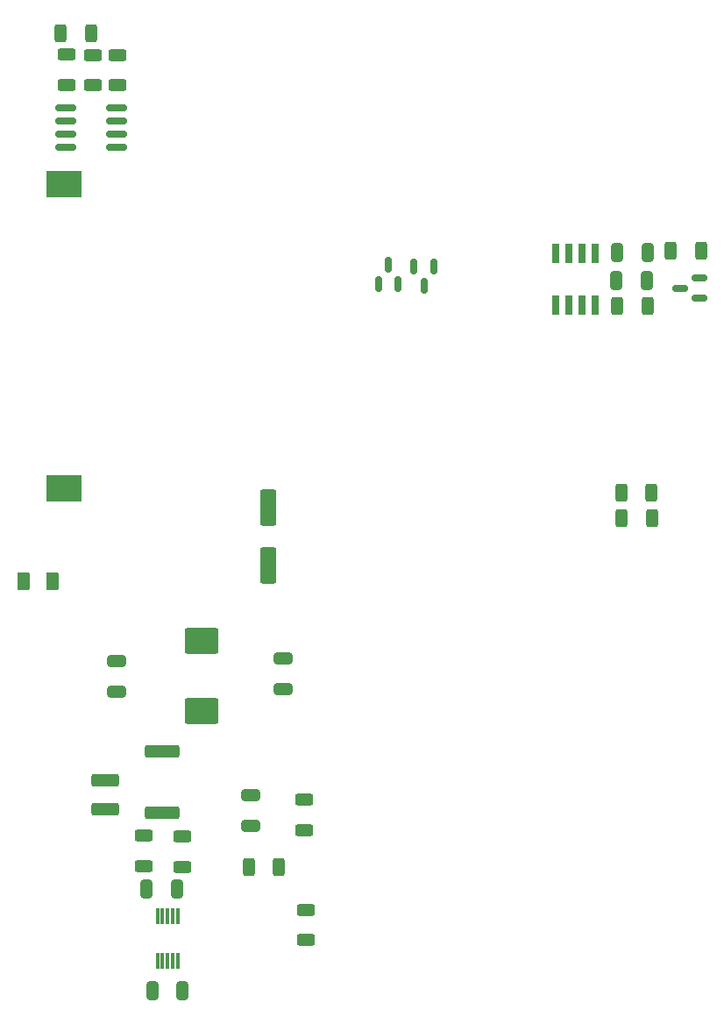
<source format=gbr>
%TF.GenerationSoftware,KiCad,Pcbnew,8.0.6*%
%TF.CreationDate,2025-02-12T15:18:34-05:00*%
%TF.ProjectId,HydroBall,48796472-6f42-4616-9c6c-2e6b69636164,rev?*%
%TF.SameCoordinates,Original*%
%TF.FileFunction,Paste,Top*%
%TF.FilePolarity,Positive*%
%FSLAX46Y46*%
G04 Gerber Fmt 4.6, Leading zero omitted, Abs format (unit mm)*
G04 Created by KiCad (PCBNEW 8.0.6) date 2025-02-12 15:18:34*
%MOMM*%
%LPD*%
G01*
G04 APERTURE LIST*
G04 Aperture macros list*
%AMRoundRect*
0 Rectangle with rounded corners*
0 $1 Rounding radius*
0 $2 $3 $4 $5 $6 $7 $8 $9 X,Y pos of 4 corners*
0 Add a 4 corners polygon primitive as box body*
4,1,4,$2,$3,$4,$5,$6,$7,$8,$9,$2,$3,0*
0 Add four circle primitives for the rounded corners*
1,1,$1+$1,$2,$3*
1,1,$1+$1,$4,$5*
1,1,$1+$1,$6,$7*
1,1,$1+$1,$8,$9*
0 Add four rect primitives between the rounded corners*
20,1,$1+$1,$2,$3,$4,$5,0*
20,1,$1+$1,$4,$5,$6,$7,0*
20,1,$1+$1,$6,$7,$8,$9,0*
20,1,$1+$1,$8,$9,$2,$3,0*%
G04 Aperture macros list end*
%ADD10RoundRect,0.250000X1.400000X1.000000X-1.400000X1.000000X-1.400000X-1.000000X1.400000X-1.000000X0*%
%ADD11RoundRect,0.250000X-0.325000X-0.650000X0.325000X-0.650000X0.325000X0.650000X-0.325000X0.650000X0*%
%ADD12RoundRect,0.250000X0.312500X0.625000X-0.312500X0.625000X-0.312500X-0.625000X0.312500X-0.625000X0*%
%ADD13RoundRect,0.250000X-0.312500X-0.625000X0.312500X-0.625000X0.312500X0.625000X-0.312500X0.625000X0*%
%ADD14R,3.510000X2.540000*%
%ADD15RoundRect,0.250000X-1.425000X0.362500X-1.425000X-0.362500X1.425000X-0.362500X1.425000X0.362500X0*%
%ADD16RoundRect,0.250000X-0.650000X0.325000X-0.650000X-0.325000X0.650000X-0.325000X0.650000X0.325000X0*%
%ADD17RoundRect,0.250000X0.550000X-1.500000X0.550000X1.500000X-0.550000X1.500000X-0.550000X-1.500000X0*%
%ADD18RoundRect,0.250000X0.650000X-0.325000X0.650000X0.325000X-0.650000X0.325000X-0.650000X-0.325000X0*%
%ADD19RoundRect,0.250000X-0.375000X-0.625000X0.375000X-0.625000X0.375000X0.625000X-0.375000X0.625000X0*%
%ADD20RoundRect,0.150000X0.587500X0.150000X-0.587500X0.150000X-0.587500X-0.150000X0.587500X-0.150000X0*%
%ADD21RoundRect,0.250000X-0.625000X0.312500X-0.625000X-0.312500X0.625000X-0.312500X0.625000X0.312500X0*%
%ADD22RoundRect,0.250000X0.625000X-0.312500X0.625000X0.312500X-0.625000X0.312500X-0.625000X-0.312500X0*%
%ADD23RoundRect,0.011200X0.128800X-0.723800X0.128800X0.723800X-0.128800X0.723800X-0.128800X-0.723800X0*%
%ADD24R,0.700000X1.950000*%
%ADD25RoundRect,0.150000X0.150000X-0.587500X0.150000X0.587500X-0.150000X0.587500X-0.150000X-0.587500X0*%
%ADD26RoundRect,0.150000X-0.825000X-0.150000X0.825000X-0.150000X0.825000X0.150000X-0.825000X0.150000X0*%
%ADD27RoundRect,0.250000X-1.075000X0.375000X-1.075000X-0.375000X1.075000X-0.375000X1.075000X0.375000X0*%
%ADD28RoundRect,0.150000X-0.150000X0.587500X-0.150000X-0.587500X0.150000X-0.587500X0.150000X0.587500X0*%
G04 APERTURE END LIST*
D10*
%TO.C,D2*%
X123010000Y-111180000D03*
X123010000Y-104380000D03*
%TD*%
D11*
%TO.C,C6*%
X117675000Y-128400000D03*
X120625000Y-128400000D03*
%TD*%
D12*
%TO.C,R20*%
X171272500Y-66690000D03*
X168347500Y-66690000D03*
%TD*%
D13*
%TO.C,R3*%
X109415000Y-45750000D03*
X112340000Y-45750000D03*
%TD*%
D12*
%TO.C,R15*%
X130512500Y-126250000D03*
X127587500Y-126250000D03*
%TD*%
D14*
%TO.C,BT1*%
X109760000Y-60280000D03*
X109760000Y-89640000D03*
%TD*%
D15*
%TO.C,R10*%
X119225000Y-115062500D03*
X119225000Y-120987500D03*
%TD*%
D16*
%TO.C,C10*%
X127775000Y-119325000D03*
X127775000Y-122275000D03*
%TD*%
D17*
%TO.C,C13*%
X129460000Y-97120000D03*
X129460000Y-91520000D03*
%TD*%
D18*
%TO.C,C7*%
X130920000Y-109070000D03*
X130920000Y-106120000D03*
%TD*%
D19*
%TO.C,F1*%
X105840000Y-98680000D03*
X108640000Y-98680000D03*
%TD*%
D20*
%TO.C,Q2*%
X171087500Y-71292500D03*
X171087500Y-69392500D03*
X169212500Y-70342500D03*
%TD*%
D21*
%TO.C,R16*%
X132925000Y-119737500D03*
X132925000Y-122662500D03*
%TD*%
D22*
%TO.C,R12*%
X121175000Y-126212500D03*
X121175000Y-123287500D03*
%TD*%
D23*
%TO.C,U4*%
X118750000Y-135275000D03*
X119250000Y-135275000D03*
X119750000Y-135275000D03*
X120250000Y-135275000D03*
X120750000Y-135275000D03*
X120750000Y-130975000D03*
X120250000Y-130975000D03*
X119750000Y-130975000D03*
X119250000Y-130975000D03*
X118750000Y-130975000D03*
%TD*%
D21*
%TO.C,R11*%
X117475000Y-123200000D03*
X117475000Y-126125000D03*
%TD*%
D13*
%TO.C,R1*%
X163587500Y-92525000D03*
X166512500Y-92525000D03*
%TD*%
D24*
%TO.C,IC1*%
X161015000Y-66995000D03*
X159745000Y-66995000D03*
X158475000Y-66995000D03*
X157205000Y-66995000D03*
X157205000Y-71945000D03*
X158475000Y-71945000D03*
X159745000Y-71945000D03*
X161015000Y-71945000D03*
%TD*%
D12*
%TO.C,R21*%
X166085000Y-72070000D03*
X163160000Y-72070000D03*
%TD*%
D13*
%TO.C,R2*%
X163537500Y-90125000D03*
X166462500Y-90125000D03*
%TD*%
D25*
%TO.C,Q3*%
X140120000Y-69925000D03*
X142020000Y-69925000D03*
X141070000Y-68050000D03*
%TD*%
D11*
%TO.C,C12*%
X118250000Y-138150000D03*
X121200000Y-138150000D03*
%TD*%
D18*
%TO.C,C8*%
X114820000Y-109330000D03*
X114820000Y-106380000D03*
%TD*%
D26*
%TO.C,U8*%
X109900000Y-52960000D03*
X109900000Y-54230000D03*
X109900000Y-55500000D03*
X109900000Y-56770000D03*
X114850000Y-56770000D03*
X114850000Y-55500000D03*
X114850000Y-54230000D03*
X114850000Y-52960000D03*
%TD*%
D27*
%TO.C,L1*%
X113750000Y-117900000D03*
X113750000Y-120700000D03*
%TD*%
D22*
%TO.C,R23*%
X112550000Y-50750000D03*
X112550000Y-47825000D03*
%TD*%
D11*
%TO.C,C19*%
X163145000Y-66880000D03*
X166095000Y-66880000D03*
%TD*%
D21*
%TO.C,R17*%
X133100000Y-130362500D03*
X133100000Y-133287500D03*
%TD*%
D22*
%TO.C,R22*%
X114875000Y-50737500D03*
X114875000Y-47812500D03*
%TD*%
D28*
%TO.C,Q1*%
X145452500Y-68232500D03*
X143552500Y-68232500D03*
X144502500Y-70107500D03*
%TD*%
D11*
%TO.C,C17*%
X163095000Y-69570000D03*
X166045000Y-69570000D03*
%TD*%
D22*
%TO.C,R4*%
X109950000Y-50725000D03*
X109950000Y-47800000D03*
%TD*%
M02*

</source>
